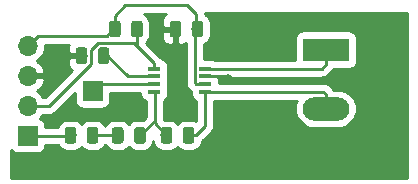
<source format=gbr>
G04 #@! TF.GenerationSoftware,KiCad,Pcbnew,5.1.2*
G04 #@! TF.CreationDate,2019-06-26T09:28:03-05:00*
G04 #@! TF.ProjectId,LN4890,4c4e3438-3930-42e6-9b69-6361645f7063,rev?*
G04 #@! TF.SameCoordinates,Original*
G04 #@! TF.FileFunction,Copper,L1,Top*
G04 #@! TF.FilePolarity,Positive*
%FSLAX46Y46*%
G04 Gerber Fmt 4.6, Leading zero omitted, Abs format (unit mm)*
G04 Created by KiCad (PCBNEW 5.1.2) date 2019-06-26 09:28:03*
%MOMM*%
%LPD*%
G04 APERTURE LIST*
%ADD10C,0.100000*%
%ADD11C,0.975000*%
%ADD12R,3.960000X1.980000*%
%ADD13O,3.960000X1.980000*%
%ADD14R,1.700000X1.700000*%
%ADD15O,1.700000X1.700000*%
%ADD16R,1.100000X0.400000*%
%ADD17C,0.800000*%
%ADD18C,0.250000*%
%ADD19C,0.254000*%
G04 APERTURE END LIST*
D10*
G36*
X135830142Y-82051174D02*
G01*
X135853803Y-82054684D01*
X135877007Y-82060496D01*
X135899529Y-82068554D01*
X135921153Y-82078782D01*
X135941670Y-82091079D01*
X135960883Y-82105329D01*
X135978607Y-82121393D01*
X135994671Y-82139117D01*
X136008921Y-82158330D01*
X136021218Y-82178847D01*
X136031446Y-82200471D01*
X136039504Y-82222993D01*
X136045316Y-82246197D01*
X136048826Y-82269858D01*
X136050000Y-82293750D01*
X136050000Y-83206250D01*
X136048826Y-83230142D01*
X136045316Y-83253803D01*
X136039504Y-83277007D01*
X136031446Y-83299529D01*
X136021218Y-83321153D01*
X136008921Y-83341670D01*
X135994671Y-83360883D01*
X135978607Y-83378607D01*
X135960883Y-83394671D01*
X135941670Y-83408921D01*
X135921153Y-83421218D01*
X135899529Y-83431446D01*
X135877007Y-83439504D01*
X135853803Y-83445316D01*
X135830142Y-83448826D01*
X135806250Y-83450000D01*
X135318750Y-83450000D01*
X135294858Y-83448826D01*
X135271197Y-83445316D01*
X135247993Y-83439504D01*
X135225471Y-83431446D01*
X135203847Y-83421218D01*
X135183330Y-83408921D01*
X135164117Y-83394671D01*
X135146393Y-83378607D01*
X135130329Y-83360883D01*
X135116079Y-83341670D01*
X135103782Y-83321153D01*
X135093554Y-83299529D01*
X135085496Y-83277007D01*
X135079684Y-83253803D01*
X135076174Y-83230142D01*
X135075000Y-83206250D01*
X135075000Y-82293750D01*
X135076174Y-82269858D01*
X135079684Y-82246197D01*
X135085496Y-82222993D01*
X135093554Y-82200471D01*
X135103782Y-82178847D01*
X135116079Y-82158330D01*
X135130329Y-82139117D01*
X135146393Y-82121393D01*
X135164117Y-82105329D01*
X135183330Y-82091079D01*
X135203847Y-82078782D01*
X135225471Y-82068554D01*
X135247993Y-82060496D01*
X135271197Y-82054684D01*
X135294858Y-82051174D01*
X135318750Y-82050000D01*
X135806250Y-82050000D01*
X135830142Y-82051174D01*
X135830142Y-82051174D01*
G37*
D11*
X135562500Y-82750000D03*
D10*
G36*
X137705142Y-82051174D02*
G01*
X137728803Y-82054684D01*
X137752007Y-82060496D01*
X137774529Y-82068554D01*
X137796153Y-82078782D01*
X137816670Y-82091079D01*
X137835883Y-82105329D01*
X137853607Y-82121393D01*
X137869671Y-82139117D01*
X137883921Y-82158330D01*
X137896218Y-82178847D01*
X137906446Y-82200471D01*
X137914504Y-82222993D01*
X137920316Y-82246197D01*
X137923826Y-82269858D01*
X137925000Y-82293750D01*
X137925000Y-83206250D01*
X137923826Y-83230142D01*
X137920316Y-83253803D01*
X137914504Y-83277007D01*
X137906446Y-83299529D01*
X137896218Y-83321153D01*
X137883921Y-83341670D01*
X137869671Y-83360883D01*
X137853607Y-83378607D01*
X137835883Y-83394671D01*
X137816670Y-83408921D01*
X137796153Y-83421218D01*
X137774529Y-83431446D01*
X137752007Y-83439504D01*
X137728803Y-83445316D01*
X137705142Y-83448826D01*
X137681250Y-83450000D01*
X137193750Y-83450000D01*
X137169858Y-83448826D01*
X137146197Y-83445316D01*
X137122993Y-83439504D01*
X137100471Y-83431446D01*
X137078847Y-83421218D01*
X137058330Y-83408921D01*
X137039117Y-83394671D01*
X137021393Y-83378607D01*
X137005329Y-83360883D01*
X136991079Y-83341670D01*
X136978782Y-83321153D01*
X136968554Y-83299529D01*
X136960496Y-83277007D01*
X136954684Y-83253803D01*
X136951174Y-83230142D01*
X136950000Y-83206250D01*
X136950000Y-82293750D01*
X136951174Y-82269858D01*
X136954684Y-82246197D01*
X136960496Y-82222993D01*
X136968554Y-82200471D01*
X136978782Y-82178847D01*
X136991079Y-82158330D01*
X137005329Y-82139117D01*
X137021393Y-82121393D01*
X137039117Y-82105329D01*
X137058330Y-82091079D01*
X137078847Y-82078782D01*
X137100471Y-82068554D01*
X137122993Y-82060496D01*
X137146197Y-82054684D01*
X137169858Y-82051174D01*
X137193750Y-82050000D01*
X137681250Y-82050000D01*
X137705142Y-82051174D01*
X137705142Y-82051174D01*
G37*
D11*
X137437500Y-82750000D03*
D10*
G36*
X136767642Y-88801174D02*
G01*
X136791303Y-88804684D01*
X136814507Y-88810496D01*
X136837029Y-88818554D01*
X136858653Y-88828782D01*
X136879170Y-88841079D01*
X136898383Y-88855329D01*
X136916107Y-88871393D01*
X136932171Y-88889117D01*
X136946421Y-88908330D01*
X136958718Y-88928847D01*
X136968946Y-88950471D01*
X136977004Y-88972993D01*
X136982816Y-88996197D01*
X136986326Y-89019858D01*
X136987500Y-89043750D01*
X136987500Y-89956250D01*
X136986326Y-89980142D01*
X136982816Y-90003803D01*
X136977004Y-90027007D01*
X136968946Y-90049529D01*
X136958718Y-90071153D01*
X136946421Y-90091670D01*
X136932171Y-90110883D01*
X136916107Y-90128607D01*
X136898383Y-90144671D01*
X136879170Y-90158921D01*
X136858653Y-90171218D01*
X136837029Y-90181446D01*
X136814507Y-90189504D01*
X136791303Y-90195316D01*
X136767642Y-90198826D01*
X136743750Y-90200000D01*
X136256250Y-90200000D01*
X136232358Y-90198826D01*
X136208697Y-90195316D01*
X136185493Y-90189504D01*
X136162971Y-90181446D01*
X136141347Y-90171218D01*
X136120830Y-90158921D01*
X136101617Y-90144671D01*
X136083893Y-90128607D01*
X136067829Y-90110883D01*
X136053579Y-90091670D01*
X136041282Y-90071153D01*
X136031054Y-90049529D01*
X136022996Y-90027007D01*
X136017184Y-90003803D01*
X136013674Y-89980142D01*
X136012500Y-89956250D01*
X136012500Y-89043750D01*
X136013674Y-89019858D01*
X136017184Y-88996197D01*
X136022996Y-88972993D01*
X136031054Y-88950471D01*
X136041282Y-88928847D01*
X136053579Y-88908330D01*
X136067829Y-88889117D01*
X136083893Y-88871393D01*
X136101617Y-88855329D01*
X136120830Y-88841079D01*
X136141347Y-88828782D01*
X136162971Y-88818554D01*
X136185493Y-88810496D01*
X136208697Y-88804684D01*
X136232358Y-88801174D01*
X136256250Y-88800000D01*
X136743750Y-88800000D01*
X136767642Y-88801174D01*
X136767642Y-88801174D01*
G37*
D11*
X136500000Y-89500000D03*
D10*
G36*
X134892642Y-88801174D02*
G01*
X134916303Y-88804684D01*
X134939507Y-88810496D01*
X134962029Y-88818554D01*
X134983653Y-88828782D01*
X135004170Y-88841079D01*
X135023383Y-88855329D01*
X135041107Y-88871393D01*
X135057171Y-88889117D01*
X135071421Y-88908330D01*
X135083718Y-88928847D01*
X135093946Y-88950471D01*
X135102004Y-88972993D01*
X135107816Y-88996197D01*
X135111326Y-89019858D01*
X135112500Y-89043750D01*
X135112500Y-89956250D01*
X135111326Y-89980142D01*
X135107816Y-90003803D01*
X135102004Y-90027007D01*
X135093946Y-90049529D01*
X135083718Y-90071153D01*
X135071421Y-90091670D01*
X135057171Y-90110883D01*
X135041107Y-90128607D01*
X135023383Y-90144671D01*
X135004170Y-90158921D01*
X134983653Y-90171218D01*
X134962029Y-90181446D01*
X134939507Y-90189504D01*
X134916303Y-90195316D01*
X134892642Y-90198826D01*
X134868750Y-90200000D01*
X134381250Y-90200000D01*
X134357358Y-90198826D01*
X134333697Y-90195316D01*
X134310493Y-90189504D01*
X134287971Y-90181446D01*
X134266347Y-90171218D01*
X134245830Y-90158921D01*
X134226617Y-90144671D01*
X134208893Y-90128607D01*
X134192829Y-90110883D01*
X134178579Y-90091670D01*
X134166282Y-90071153D01*
X134156054Y-90049529D01*
X134147996Y-90027007D01*
X134142184Y-90003803D01*
X134138674Y-89980142D01*
X134137500Y-89956250D01*
X134137500Y-89043750D01*
X134138674Y-89019858D01*
X134142184Y-88996197D01*
X134147996Y-88972993D01*
X134156054Y-88950471D01*
X134166282Y-88928847D01*
X134178579Y-88908330D01*
X134192829Y-88889117D01*
X134208893Y-88871393D01*
X134226617Y-88855329D01*
X134245830Y-88841079D01*
X134266347Y-88828782D01*
X134287971Y-88818554D01*
X134310493Y-88810496D01*
X134333697Y-88804684D01*
X134357358Y-88801174D01*
X134381250Y-88800000D01*
X134868750Y-88800000D01*
X134892642Y-88801174D01*
X134892642Y-88801174D01*
G37*
D11*
X134625000Y-89500000D03*
D10*
G36*
X143767642Y-79801174D02*
G01*
X143791303Y-79804684D01*
X143814507Y-79810496D01*
X143837029Y-79818554D01*
X143858653Y-79828782D01*
X143879170Y-79841079D01*
X143898383Y-79855329D01*
X143916107Y-79871393D01*
X143932171Y-79889117D01*
X143946421Y-79908330D01*
X143958718Y-79928847D01*
X143968946Y-79950471D01*
X143977004Y-79972993D01*
X143982816Y-79996197D01*
X143986326Y-80019858D01*
X143987500Y-80043750D01*
X143987500Y-80956250D01*
X143986326Y-80980142D01*
X143982816Y-81003803D01*
X143977004Y-81027007D01*
X143968946Y-81049529D01*
X143958718Y-81071153D01*
X143946421Y-81091670D01*
X143932171Y-81110883D01*
X143916107Y-81128607D01*
X143898383Y-81144671D01*
X143879170Y-81158921D01*
X143858653Y-81171218D01*
X143837029Y-81181446D01*
X143814507Y-81189504D01*
X143791303Y-81195316D01*
X143767642Y-81198826D01*
X143743750Y-81200000D01*
X143256250Y-81200000D01*
X143232358Y-81198826D01*
X143208697Y-81195316D01*
X143185493Y-81189504D01*
X143162971Y-81181446D01*
X143141347Y-81171218D01*
X143120830Y-81158921D01*
X143101617Y-81144671D01*
X143083893Y-81128607D01*
X143067829Y-81110883D01*
X143053579Y-81091670D01*
X143041282Y-81071153D01*
X143031054Y-81049529D01*
X143022996Y-81027007D01*
X143017184Y-81003803D01*
X143013674Y-80980142D01*
X143012500Y-80956250D01*
X143012500Y-80043750D01*
X143013674Y-80019858D01*
X143017184Y-79996197D01*
X143022996Y-79972993D01*
X143031054Y-79950471D01*
X143041282Y-79928847D01*
X143053579Y-79908330D01*
X143067829Y-79889117D01*
X143083893Y-79871393D01*
X143101617Y-79855329D01*
X143120830Y-79841079D01*
X143141347Y-79828782D01*
X143162971Y-79818554D01*
X143185493Y-79810496D01*
X143208697Y-79804684D01*
X143232358Y-79801174D01*
X143256250Y-79800000D01*
X143743750Y-79800000D01*
X143767642Y-79801174D01*
X143767642Y-79801174D01*
G37*
D11*
X143500000Y-80500000D03*
D10*
G36*
X145642642Y-79801174D02*
G01*
X145666303Y-79804684D01*
X145689507Y-79810496D01*
X145712029Y-79818554D01*
X145733653Y-79828782D01*
X145754170Y-79841079D01*
X145773383Y-79855329D01*
X145791107Y-79871393D01*
X145807171Y-79889117D01*
X145821421Y-79908330D01*
X145833718Y-79928847D01*
X145843946Y-79950471D01*
X145852004Y-79972993D01*
X145857816Y-79996197D01*
X145861326Y-80019858D01*
X145862500Y-80043750D01*
X145862500Y-80956250D01*
X145861326Y-80980142D01*
X145857816Y-81003803D01*
X145852004Y-81027007D01*
X145843946Y-81049529D01*
X145833718Y-81071153D01*
X145821421Y-81091670D01*
X145807171Y-81110883D01*
X145791107Y-81128607D01*
X145773383Y-81144671D01*
X145754170Y-81158921D01*
X145733653Y-81171218D01*
X145712029Y-81181446D01*
X145689507Y-81189504D01*
X145666303Y-81195316D01*
X145642642Y-81198826D01*
X145618750Y-81200000D01*
X145131250Y-81200000D01*
X145107358Y-81198826D01*
X145083697Y-81195316D01*
X145060493Y-81189504D01*
X145037971Y-81181446D01*
X145016347Y-81171218D01*
X144995830Y-81158921D01*
X144976617Y-81144671D01*
X144958893Y-81128607D01*
X144942829Y-81110883D01*
X144928579Y-81091670D01*
X144916282Y-81071153D01*
X144906054Y-81049529D01*
X144897996Y-81027007D01*
X144892184Y-81003803D01*
X144888674Y-80980142D01*
X144887500Y-80956250D01*
X144887500Y-80043750D01*
X144888674Y-80019858D01*
X144892184Y-79996197D01*
X144897996Y-79972993D01*
X144906054Y-79950471D01*
X144916282Y-79928847D01*
X144928579Y-79908330D01*
X144942829Y-79889117D01*
X144958893Y-79871393D01*
X144976617Y-79855329D01*
X144995830Y-79841079D01*
X145016347Y-79828782D01*
X145037971Y-79818554D01*
X145060493Y-79810496D01*
X145083697Y-79804684D01*
X145107358Y-79801174D01*
X145131250Y-79800000D01*
X145618750Y-79800000D01*
X145642642Y-79801174D01*
X145642642Y-79801174D01*
G37*
D11*
X145375000Y-80500000D03*
D12*
X156250000Y-82250000D03*
D13*
X156250000Y-87250000D03*
D14*
X136500000Y-85750000D03*
X131000000Y-89540000D03*
D15*
X131000000Y-87000000D03*
X131000000Y-84460000D03*
X131000000Y-81920000D03*
D10*
G36*
X138642642Y-79801174D02*
G01*
X138666303Y-79804684D01*
X138689507Y-79810496D01*
X138712029Y-79818554D01*
X138733653Y-79828782D01*
X138754170Y-79841079D01*
X138773383Y-79855329D01*
X138791107Y-79871393D01*
X138807171Y-79889117D01*
X138821421Y-79908330D01*
X138833718Y-79928847D01*
X138843946Y-79950471D01*
X138852004Y-79972993D01*
X138857816Y-79996197D01*
X138861326Y-80019858D01*
X138862500Y-80043750D01*
X138862500Y-80956250D01*
X138861326Y-80980142D01*
X138857816Y-81003803D01*
X138852004Y-81027007D01*
X138843946Y-81049529D01*
X138833718Y-81071153D01*
X138821421Y-81091670D01*
X138807171Y-81110883D01*
X138791107Y-81128607D01*
X138773383Y-81144671D01*
X138754170Y-81158921D01*
X138733653Y-81171218D01*
X138712029Y-81181446D01*
X138689507Y-81189504D01*
X138666303Y-81195316D01*
X138642642Y-81198826D01*
X138618750Y-81200000D01*
X138131250Y-81200000D01*
X138107358Y-81198826D01*
X138083697Y-81195316D01*
X138060493Y-81189504D01*
X138037971Y-81181446D01*
X138016347Y-81171218D01*
X137995830Y-81158921D01*
X137976617Y-81144671D01*
X137958893Y-81128607D01*
X137942829Y-81110883D01*
X137928579Y-81091670D01*
X137916282Y-81071153D01*
X137906054Y-81049529D01*
X137897996Y-81027007D01*
X137892184Y-81003803D01*
X137888674Y-80980142D01*
X137887500Y-80956250D01*
X137887500Y-80043750D01*
X137888674Y-80019858D01*
X137892184Y-79996197D01*
X137897996Y-79972993D01*
X137906054Y-79950471D01*
X137916282Y-79928847D01*
X137928579Y-79908330D01*
X137942829Y-79889117D01*
X137958893Y-79871393D01*
X137976617Y-79855329D01*
X137995830Y-79841079D01*
X138016347Y-79828782D01*
X138037971Y-79818554D01*
X138060493Y-79810496D01*
X138083697Y-79804684D01*
X138107358Y-79801174D01*
X138131250Y-79800000D01*
X138618750Y-79800000D01*
X138642642Y-79801174D01*
X138642642Y-79801174D01*
G37*
D11*
X138375000Y-80500000D03*
D10*
G36*
X140517642Y-79801174D02*
G01*
X140541303Y-79804684D01*
X140564507Y-79810496D01*
X140587029Y-79818554D01*
X140608653Y-79828782D01*
X140629170Y-79841079D01*
X140648383Y-79855329D01*
X140666107Y-79871393D01*
X140682171Y-79889117D01*
X140696421Y-79908330D01*
X140708718Y-79928847D01*
X140718946Y-79950471D01*
X140727004Y-79972993D01*
X140732816Y-79996197D01*
X140736326Y-80019858D01*
X140737500Y-80043750D01*
X140737500Y-80956250D01*
X140736326Y-80980142D01*
X140732816Y-81003803D01*
X140727004Y-81027007D01*
X140718946Y-81049529D01*
X140708718Y-81071153D01*
X140696421Y-81091670D01*
X140682171Y-81110883D01*
X140666107Y-81128607D01*
X140648383Y-81144671D01*
X140629170Y-81158921D01*
X140608653Y-81171218D01*
X140587029Y-81181446D01*
X140564507Y-81189504D01*
X140541303Y-81195316D01*
X140517642Y-81198826D01*
X140493750Y-81200000D01*
X140006250Y-81200000D01*
X139982358Y-81198826D01*
X139958697Y-81195316D01*
X139935493Y-81189504D01*
X139912971Y-81181446D01*
X139891347Y-81171218D01*
X139870830Y-81158921D01*
X139851617Y-81144671D01*
X139833893Y-81128607D01*
X139817829Y-81110883D01*
X139803579Y-81091670D01*
X139791282Y-81071153D01*
X139781054Y-81049529D01*
X139772996Y-81027007D01*
X139767184Y-81003803D01*
X139763674Y-80980142D01*
X139762500Y-80956250D01*
X139762500Y-80043750D01*
X139763674Y-80019858D01*
X139767184Y-79996197D01*
X139772996Y-79972993D01*
X139781054Y-79950471D01*
X139791282Y-79928847D01*
X139803579Y-79908330D01*
X139817829Y-79889117D01*
X139833893Y-79871393D01*
X139851617Y-79855329D01*
X139870830Y-79841079D01*
X139891347Y-79828782D01*
X139912971Y-79818554D01*
X139935493Y-79810496D01*
X139958697Y-79804684D01*
X139982358Y-79801174D01*
X140006250Y-79800000D01*
X140493750Y-79800000D01*
X140517642Y-79801174D01*
X140517642Y-79801174D01*
G37*
D11*
X140250000Y-80500000D03*
D10*
G36*
X140767642Y-88801174D02*
G01*
X140791303Y-88804684D01*
X140814507Y-88810496D01*
X140837029Y-88818554D01*
X140858653Y-88828782D01*
X140879170Y-88841079D01*
X140898383Y-88855329D01*
X140916107Y-88871393D01*
X140932171Y-88889117D01*
X140946421Y-88908330D01*
X140958718Y-88928847D01*
X140968946Y-88950471D01*
X140977004Y-88972993D01*
X140982816Y-88996197D01*
X140986326Y-89019858D01*
X140987500Y-89043750D01*
X140987500Y-89956250D01*
X140986326Y-89980142D01*
X140982816Y-90003803D01*
X140977004Y-90027007D01*
X140968946Y-90049529D01*
X140958718Y-90071153D01*
X140946421Y-90091670D01*
X140932171Y-90110883D01*
X140916107Y-90128607D01*
X140898383Y-90144671D01*
X140879170Y-90158921D01*
X140858653Y-90171218D01*
X140837029Y-90181446D01*
X140814507Y-90189504D01*
X140791303Y-90195316D01*
X140767642Y-90198826D01*
X140743750Y-90200000D01*
X140256250Y-90200000D01*
X140232358Y-90198826D01*
X140208697Y-90195316D01*
X140185493Y-90189504D01*
X140162971Y-90181446D01*
X140141347Y-90171218D01*
X140120830Y-90158921D01*
X140101617Y-90144671D01*
X140083893Y-90128607D01*
X140067829Y-90110883D01*
X140053579Y-90091670D01*
X140041282Y-90071153D01*
X140031054Y-90049529D01*
X140022996Y-90027007D01*
X140017184Y-90003803D01*
X140013674Y-89980142D01*
X140012500Y-89956250D01*
X140012500Y-89043750D01*
X140013674Y-89019858D01*
X140017184Y-88996197D01*
X140022996Y-88972993D01*
X140031054Y-88950471D01*
X140041282Y-88928847D01*
X140053579Y-88908330D01*
X140067829Y-88889117D01*
X140083893Y-88871393D01*
X140101617Y-88855329D01*
X140120830Y-88841079D01*
X140141347Y-88828782D01*
X140162971Y-88818554D01*
X140185493Y-88810496D01*
X140208697Y-88804684D01*
X140232358Y-88801174D01*
X140256250Y-88800000D01*
X140743750Y-88800000D01*
X140767642Y-88801174D01*
X140767642Y-88801174D01*
G37*
D11*
X140500000Y-89500000D03*
D10*
G36*
X138892642Y-88801174D02*
G01*
X138916303Y-88804684D01*
X138939507Y-88810496D01*
X138962029Y-88818554D01*
X138983653Y-88828782D01*
X139004170Y-88841079D01*
X139023383Y-88855329D01*
X139041107Y-88871393D01*
X139057171Y-88889117D01*
X139071421Y-88908330D01*
X139083718Y-88928847D01*
X139093946Y-88950471D01*
X139102004Y-88972993D01*
X139107816Y-88996197D01*
X139111326Y-89019858D01*
X139112500Y-89043750D01*
X139112500Y-89956250D01*
X139111326Y-89980142D01*
X139107816Y-90003803D01*
X139102004Y-90027007D01*
X139093946Y-90049529D01*
X139083718Y-90071153D01*
X139071421Y-90091670D01*
X139057171Y-90110883D01*
X139041107Y-90128607D01*
X139023383Y-90144671D01*
X139004170Y-90158921D01*
X138983653Y-90171218D01*
X138962029Y-90181446D01*
X138939507Y-90189504D01*
X138916303Y-90195316D01*
X138892642Y-90198826D01*
X138868750Y-90200000D01*
X138381250Y-90200000D01*
X138357358Y-90198826D01*
X138333697Y-90195316D01*
X138310493Y-90189504D01*
X138287971Y-90181446D01*
X138266347Y-90171218D01*
X138245830Y-90158921D01*
X138226617Y-90144671D01*
X138208893Y-90128607D01*
X138192829Y-90110883D01*
X138178579Y-90091670D01*
X138166282Y-90071153D01*
X138156054Y-90049529D01*
X138147996Y-90027007D01*
X138142184Y-90003803D01*
X138138674Y-89980142D01*
X138137500Y-89956250D01*
X138137500Y-89043750D01*
X138138674Y-89019858D01*
X138142184Y-88996197D01*
X138147996Y-88972993D01*
X138156054Y-88950471D01*
X138166282Y-88928847D01*
X138178579Y-88908330D01*
X138192829Y-88889117D01*
X138208893Y-88871393D01*
X138226617Y-88855329D01*
X138245830Y-88841079D01*
X138266347Y-88828782D01*
X138287971Y-88818554D01*
X138310493Y-88810496D01*
X138333697Y-88804684D01*
X138357358Y-88801174D01*
X138381250Y-88800000D01*
X138868750Y-88800000D01*
X138892642Y-88801174D01*
X138892642Y-88801174D01*
G37*
D11*
X138625000Y-89500000D03*
D10*
G36*
X143017642Y-88801174D02*
G01*
X143041303Y-88804684D01*
X143064507Y-88810496D01*
X143087029Y-88818554D01*
X143108653Y-88828782D01*
X143129170Y-88841079D01*
X143148383Y-88855329D01*
X143166107Y-88871393D01*
X143182171Y-88889117D01*
X143196421Y-88908330D01*
X143208718Y-88928847D01*
X143218946Y-88950471D01*
X143227004Y-88972993D01*
X143232816Y-88996197D01*
X143236326Y-89019858D01*
X143237500Y-89043750D01*
X143237500Y-89956250D01*
X143236326Y-89980142D01*
X143232816Y-90003803D01*
X143227004Y-90027007D01*
X143218946Y-90049529D01*
X143208718Y-90071153D01*
X143196421Y-90091670D01*
X143182171Y-90110883D01*
X143166107Y-90128607D01*
X143148383Y-90144671D01*
X143129170Y-90158921D01*
X143108653Y-90171218D01*
X143087029Y-90181446D01*
X143064507Y-90189504D01*
X143041303Y-90195316D01*
X143017642Y-90198826D01*
X142993750Y-90200000D01*
X142506250Y-90200000D01*
X142482358Y-90198826D01*
X142458697Y-90195316D01*
X142435493Y-90189504D01*
X142412971Y-90181446D01*
X142391347Y-90171218D01*
X142370830Y-90158921D01*
X142351617Y-90144671D01*
X142333893Y-90128607D01*
X142317829Y-90110883D01*
X142303579Y-90091670D01*
X142291282Y-90071153D01*
X142281054Y-90049529D01*
X142272996Y-90027007D01*
X142267184Y-90003803D01*
X142263674Y-89980142D01*
X142262500Y-89956250D01*
X142262500Y-89043750D01*
X142263674Y-89019858D01*
X142267184Y-88996197D01*
X142272996Y-88972993D01*
X142281054Y-88950471D01*
X142291282Y-88928847D01*
X142303579Y-88908330D01*
X142317829Y-88889117D01*
X142333893Y-88871393D01*
X142351617Y-88855329D01*
X142370830Y-88841079D01*
X142391347Y-88828782D01*
X142412971Y-88818554D01*
X142435493Y-88810496D01*
X142458697Y-88804684D01*
X142482358Y-88801174D01*
X142506250Y-88800000D01*
X142993750Y-88800000D01*
X143017642Y-88801174D01*
X143017642Y-88801174D01*
G37*
D11*
X142750000Y-89500000D03*
D10*
G36*
X144892642Y-88801174D02*
G01*
X144916303Y-88804684D01*
X144939507Y-88810496D01*
X144962029Y-88818554D01*
X144983653Y-88828782D01*
X145004170Y-88841079D01*
X145023383Y-88855329D01*
X145041107Y-88871393D01*
X145057171Y-88889117D01*
X145071421Y-88908330D01*
X145083718Y-88928847D01*
X145093946Y-88950471D01*
X145102004Y-88972993D01*
X145107816Y-88996197D01*
X145111326Y-89019858D01*
X145112500Y-89043750D01*
X145112500Y-89956250D01*
X145111326Y-89980142D01*
X145107816Y-90003803D01*
X145102004Y-90027007D01*
X145093946Y-90049529D01*
X145083718Y-90071153D01*
X145071421Y-90091670D01*
X145057171Y-90110883D01*
X145041107Y-90128607D01*
X145023383Y-90144671D01*
X145004170Y-90158921D01*
X144983653Y-90171218D01*
X144962029Y-90181446D01*
X144939507Y-90189504D01*
X144916303Y-90195316D01*
X144892642Y-90198826D01*
X144868750Y-90200000D01*
X144381250Y-90200000D01*
X144357358Y-90198826D01*
X144333697Y-90195316D01*
X144310493Y-90189504D01*
X144287971Y-90181446D01*
X144266347Y-90171218D01*
X144245830Y-90158921D01*
X144226617Y-90144671D01*
X144208893Y-90128607D01*
X144192829Y-90110883D01*
X144178579Y-90091670D01*
X144166282Y-90071153D01*
X144156054Y-90049529D01*
X144147996Y-90027007D01*
X144142184Y-90003803D01*
X144138674Y-89980142D01*
X144137500Y-89956250D01*
X144137500Y-89043750D01*
X144138674Y-89019858D01*
X144142184Y-88996197D01*
X144147996Y-88972993D01*
X144156054Y-88950471D01*
X144166282Y-88928847D01*
X144178579Y-88908330D01*
X144192829Y-88889117D01*
X144208893Y-88871393D01*
X144226617Y-88855329D01*
X144245830Y-88841079D01*
X144266347Y-88828782D01*
X144287971Y-88818554D01*
X144310493Y-88810496D01*
X144333697Y-88804684D01*
X144357358Y-88801174D01*
X144381250Y-88800000D01*
X144868750Y-88800000D01*
X144892642Y-88801174D01*
X144892642Y-88801174D01*
G37*
D11*
X144625000Y-89500000D03*
D16*
X141715001Y-83850001D03*
X141715001Y-84500001D03*
X141715001Y-85150001D03*
X141715001Y-85800001D03*
X146015001Y-85800001D03*
X146015001Y-85150001D03*
X146015001Y-84500001D03*
X146015001Y-83850001D03*
D17*
X148000000Y-84750000D03*
X142250000Y-80500000D03*
X133250000Y-83500000D03*
X139750000Y-87000000D03*
X150000000Y-88000000D03*
X150000000Y-81500000D03*
D18*
X146015001Y-84500001D02*
X147750001Y-84500001D01*
X147750001Y-84500001D02*
X148000000Y-84750000D01*
X141715001Y-84500001D02*
X139500001Y-84500001D01*
X139500001Y-84500001D02*
X137500000Y-82500000D01*
X136500000Y-89500000D02*
X138750000Y-89500000D01*
X134420000Y-89580000D02*
X134500000Y-89500000D01*
X131000000Y-89540000D02*
X134710000Y-89540000D01*
X134710000Y-89540000D02*
X134750000Y-89500000D01*
X145140000Y-85075000D02*
X145140000Y-80610000D01*
X146015001Y-85150001D02*
X145215001Y-85150001D01*
X145215001Y-85150001D02*
X145140000Y-85075000D01*
X145140000Y-80610000D02*
X145250000Y-80500000D01*
X131849999Y-81070001D02*
X137679999Y-81070001D01*
X131000000Y-81920000D02*
X131849999Y-81070001D01*
X137679999Y-81070001D02*
X138250000Y-80500000D01*
X138375000Y-80500000D02*
X138375000Y-79375000D01*
X138375000Y-79375000D02*
X139250000Y-78500000D01*
X139250000Y-78500000D02*
X144500000Y-78500000D01*
X144500000Y-78500000D02*
X145250000Y-79250000D01*
X145250000Y-79250000D02*
X145250000Y-80000000D01*
X155889999Y-83850001D02*
X156250000Y-83490000D01*
X146015001Y-83850001D02*
X155889999Y-83850001D01*
X156250000Y-83490000D02*
X156250000Y-82250000D01*
X145212500Y-89500000D02*
X146000000Y-88712500D01*
X144625000Y-89500000D02*
X145212500Y-89500000D01*
X146000000Y-88712500D02*
X146000000Y-86000000D01*
X156040001Y-85800001D02*
X156250000Y-86010000D01*
X146015001Y-85800001D02*
X156040001Y-85800001D01*
X156250000Y-86010000D02*
X156250000Y-87250000D01*
X141715001Y-85150001D02*
X137099999Y-85150001D01*
X137099999Y-85150001D02*
X136500000Y-85750000D01*
X141715001Y-83400001D02*
X140250000Y-81935000D01*
X141715001Y-83850001D02*
X141715001Y-83400001D01*
X140250000Y-81935000D02*
X140250000Y-80750000D01*
X140039990Y-81724990D02*
X136958160Y-81724990D01*
X136958160Y-81724990D02*
X136375010Y-82308140D01*
X140250000Y-81935000D02*
X140039990Y-81724990D01*
X136375010Y-82308140D02*
X136375010Y-83441840D01*
X132816850Y-87000000D02*
X132202081Y-87000000D01*
X136375010Y-83441840D02*
X132816850Y-87000000D01*
X132202081Y-87000000D02*
X131000000Y-87000000D01*
X140500000Y-89500000D02*
X141750000Y-88250000D01*
X141750000Y-88250000D02*
X141750000Y-85750000D01*
X141750000Y-88250000D02*
X141750000Y-88500000D01*
X141750000Y-88500000D02*
X142750000Y-89500000D01*
D19*
G36*
X163123000Y-93123000D02*
G01*
X129627000Y-93123000D01*
X129627000Y-90753678D01*
X129698815Y-90841185D01*
X129795506Y-90920537D01*
X129905820Y-90979502D01*
X130025518Y-91015812D01*
X130150000Y-91028072D01*
X131850000Y-91028072D01*
X131974482Y-91015812D01*
X132094180Y-90979502D01*
X132204494Y-90920537D01*
X132301185Y-90841185D01*
X132380537Y-90744494D01*
X132439502Y-90634180D01*
X132475812Y-90514482D01*
X132488072Y-90390000D01*
X132488072Y-90300000D01*
X133569916Y-90300000D01*
X133648042Y-90446164D01*
X133757708Y-90579792D01*
X133891336Y-90689458D01*
X134043791Y-90770947D01*
X134209215Y-90821128D01*
X134381250Y-90838072D01*
X134868750Y-90838072D01*
X135040785Y-90821128D01*
X135206209Y-90770947D01*
X135358664Y-90689458D01*
X135492292Y-90579792D01*
X135562500Y-90494244D01*
X135632708Y-90579792D01*
X135766336Y-90689458D01*
X135918791Y-90770947D01*
X136084215Y-90821128D01*
X136256250Y-90838072D01*
X136743750Y-90838072D01*
X136915785Y-90821128D01*
X137081209Y-90770947D01*
X137233664Y-90689458D01*
X137367292Y-90579792D01*
X137476958Y-90446164D01*
X137558447Y-90293709D01*
X137562500Y-90280348D01*
X137566553Y-90293709D01*
X137648042Y-90446164D01*
X137757708Y-90579792D01*
X137891336Y-90689458D01*
X138043791Y-90770947D01*
X138209215Y-90821128D01*
X138381250Y-90838072D01*
X138868750Y-90838072D01*
X139040785Y-90821128D01*
X139206209Y-90770947D01*
X139358664Y-90689458D01*
X139492292Y-90579792D01*
X139562500Y-90494244D01*
X139632708Y-90579792D01*
X139766336Y-90689458D01*
X139918791Y-90770947D01*
X140084215Y-90821128D01*
X140256250Y-90838072D01*
X140743750Y-90838072D01*
X140915785Y-90821128D01*
X141081209Y-90770947D01*
X141233664Y-90689458D01*
X141367292Y-90579792D01*
X141476958Y-90446164D01*
X141558447Y-90293709D01*
X141608628Y-90128285D01*
X141625000Y-89962058D01*
X141641372Y-90128285D01*
X141691553Y-90293709D01*
X141773042Y-90446164D01*
X141882708Y-90579792D01*
X142016336Y-90689458D01*
X142168791Y-90770947D01*
X142334215Y-90821128D01*
X142506250Y-90838072D01*
X142993750Y-90838072D01*
X143165785Y-90821128D01*
X143331209Y-90770947D01*
X143483664Y-90689458D01*
X143617292Y-90579792D01*
X143687500Y-90494244D01*
X143757708Y-90579792D01*
X143891336Y-90689458D01*
X144043791Y-90770947D01*
X144209215Y-90821128D01*
X144381250Y-90838072D01*
X144868750Y-90838072D01*
X145040785Y-90821128D01*
X145206209Y-90770947D01*
X145358664Y-90689458D01*
X145492292Y-90579792D01*
X145601958Y-90446164D01*
X145683447Y-90293709D01*
X145733628Y-90128285D01*
X145741428Y-90049088D01*
X145752501Y-90040001D01*
X145776303Y-90010998D01*
X146511004Y-89276298D01*
X146540001Y-89252501D01*
X146634974Y-89136776D01*
X146705546Y-89004747D01*
X146749003Y-88861486D01*
X146760000Y-88749833D01*
X146760000Y-88749824D01*
X146763676Y-88712501D01*
X146760000Y-88675178D01*
X146760000Y-86604422D01*
X146809181Y-86589503D01*
X146864374Y-86560001D01*
X153786245Y-86560001D01*
X153751432Y-86625131D01*
X153658513Y-86931444D01*
X153627138Y-87250000D01*
X153658513Y-87568556D01*
X153751432Y-87874869D01*
X153902325Y-88157170D01*
X154105392Y-88404608D01*
X154352830Y-88607675D01*
X154635131Y-88758568D01*
X154941444Y-88851487D01*
X155180176Y-88875000D01*
X157319824Y-88875000D01*
X157558556Y-88851487D01*
X157864869Y-88758568D01*
X158147170Y-88607675D01*
X158394608Y-88404608D01*
X158597675Y-88157170D01*
X158748568Y-87874869D01*
X158841487Y-87568556D01*
X158872862Y-87250000D01*
X158841487Y-86931444D01*
X158748568Y-86625131D01*
X158597675Y-86342830D01*
X158394608Y-86095392D01*
X158147170Y-85892325D01*
X157864869Y-85741432D01*
X157558556Y-85648513D01*
X157319824Y-85625000D01*
X156905968Y-85625000D01*
X156884974Y-85585724D01*
X156790001Y-85469999D01*
X156761003Y-85446201D01*
X156603804Y-85289003D01*
X156580002Y-85260000D01*
X156464277Y-85165027D01*
X156332248Y-85094455D01*
X156188987Y-85050998D01*
X156077334Y-85040001D01*
X156077323Y-85040001D01*
X156040001Y-85036325D01*
X156002679Y-85040001D01*
X147203073Y-85040001D01*
X147203073Y-84950001D01*
X147190813Y-84825519D01*
X147189914Y-84822555D01*
X147200001Y-84731751D01*
X147132033Y-84663783D01*
X147112373Y-84627003D01*
X147200001Y-84627003D01*
X147200001Y-84610001D01*
X155852677Y-84610001D01*
X155889999Y-84613677D01*
X155927321Y-84610001D01*
X155927332Y-84610001D01*
X156038985Y-84599004D01*
X156182246Y-84555547D01*
X156314275Y-84484975D01*
X156430000Y-84390002D01*
X156453803Y-84360998D01*
X156760998Y-84053803D01*
X156790001Y-84030001D01*
X156884974Y-83914276D01*
X156904326Y-83878072D01*
X158230000Y-83878072D01*
X158354482Y-83865812D01*
X158474180Y-83829502D01*
X158584494Y-83770537D01*
X158681185Y-83691185D01*
X158760537Y-83594494D01*
X158819502Y-83484180D01*
X158855812Y-83364482D01*
X158868072Y-83240000D01*
X158868072Y-81260000D01*
X158855812Y-81135518D01*
X158819502Y-81015820D01*
X158760537Y-80905506D01*
X158681185Y-80808815D01*
X158584494Y-80729463D01*
X158474180Y-80670498D01*
X158354482Y-80634188D01*
X158230000Y-80621928D01*
X154270000Y-80621928D01*
X154145518Y-80634188D01*
X154025820Y-80670498D01*
X153915506Y-80729463D01*
X153818815Y-80808815D01*
X153739463Y-80905506D01*
X153680498Y-81015820D01*
X153644188Y-81135518D01*
X153631928Y-81260000D01*
X153631928Y-83090001D01*
X146864374Y-83090001D01*
X146809181Y-83060499D01*
X146689483Y-83024189D01*
X146565001Y-83011929D01*
X145900000Y-83011929D01*
X145900000Y-81787998D01*
X145956209Y-81770947D01*
X146108664Y-81689458D01*
X146242292Y-81579792D01*
X146351958Y-81446164D01*
X146433447Y-81293709D01*
X146483628Y-81128285D01*
X146500572Y-80956250D01*
X146500572Y-80043750D01*
X146483628Y-79871715D01*
X146433447Y-79706291D01*
X146351958Y-79553836D01*
X146242292Y-79420208D01*
X146108664Y-79310542D01*
X146012762Y-79259281D01*
X146013676Y-79249999D01*
X146010000Y-79212676D01*
X146010000Y-79212667D01*
X146001562Y-79127000D01*
X163123000Y-79127000D01*
X163123000Y-93123000D01*
X163123000Y-93123000D01*
G37*
X163123000Y-93123000D02*
X129627000Y-93123000D01*
X129627000Y-90753678D01*
X129698815Y-90841185D01*
X129795506Y-90920537D01*
X129905820Y-90979502D01*
X130025518Y-91015812D01*
X130150000Y-91028072D01*
X131850000Y-91028072D01*
X131974482Y-91015812D01*
X132094180Y-90979502D01*
X132204494Y-90920537D01*
X132301185Y-90841185D01*
X132380537Y-90744494D01*
X132439502Y-90634180D01*
X132475812Y-90514482D01*
X132488072Y-90390000D01*
X132488072Y-90300000D01*
X133569916Y-90300000D01*
X133648042Y-90446164D01*
X133757708Y-90579792D01*
X133891336Y-90689458D01*
X134043791Y-90770947D01*
X134209215Y-90821128D01*
X134381250Y-90838072D01*
X134868750Y-90838072D01*
X135040785Y-90821128D01*
X135206209Y-90770947D01*
X135358664Y-90689458D01*
X135492292Y-90579792D01*
X135562500Y-90494244D01*
X135632708Y-90579792D01*
X135766336Y-90689458D01*
X135918791Y-90770947D01*
X136084215Y-90821128D01*
X136256250Y-90838072D01*
X136743750Y-90838072D01*
X136915785Y-90821128D01*
X137081209Y-90770947D01*
X137233664Y-90689458D01*
X137367292Y-90579792D01*
X137476958Y-90446164D01*
X137558447Y-90293709D01*
X137562500Y-90280348D01*
X137566553Y-90293709D01*
X137648042Y-90446164D01*
X137757708Y-90579792D01*
X137891336Y-90689458D01*
X138043791Y-90770947D01*
X138209215Y-90821128D01*
X138381250Y-90838072D01*
X138868750Y-90838072D01*
X139040785Y-90821128D01*
X139206209Y-90770947D01*
X139358664Y-90689458D01*
X139492292Y-90579792D01*
X139562500Y-90494244D01*
X139632708Y-90579792D01*
X139766336Y-90689458D01*
X139918791Y-90770947D01*
X140084215Y-90821128D01*
X140256250Y-90838072D01*
X140743750Y-90838072D01*
X140915785Y-90821128D01*
X141081209Y-90770947D01*
X141233664Y-90689458D01*
X141367292Y-90579792D01*
X141476958Y-90446164D01*
X141558447Y-90293709D01*
X141608628Y-90128285D01*
X141625000Y-89962058D01*
X141641372Y-90128285D01*
X141691553Y-90293709D01*
X141773042Y-90446164D01*
X141882708Y-90579792D01*
X142016336Y-90689458D01*
X142168791Y-90770947D01*
X142334215Y-90821128D01*
X142506250Y-90838072D01*
X142993750Y-90838072D01*
X143165785Y-90821128D01*
X143331209Y-90770947D01*
X143483664Y-90689458D01*
X143617292Y-90579792D01*
X143687500Y-90494244D01*
X143757708Y-90579792D01*
X143891336Y-90689458D01*
X144043791Y-90770947D01*
X144209215Y-90821128D01*
X144381250Y-90838072D01*
X144868750Y-90838072D01*
X145040785Y-90821128D01*
X145206209Y-90770947D01*
X145358664Y-90689458D01*
X145492292Y-90579792D01*
X145601958Y-90446164D01*
X145683447Y-90293709D01*
X145733628Y-90128285D01*
X145741428Y-90049088D01*
X145752501Y-90040001D01*
X145776303Y-90010998D01*
X146511004Y-89276298D01*
X146540001Y-89252501D01*
X146634974Y-89136776D01*
X146705546Y-89004747D01*
X146749003Y-88861486D01*
X146760000Y-88749833D01*
X146760000Y-88749824D01*
X146763676Y-88712501D01*
X146760000Y-88675178D01*
X146760000Y-86604422D01*
X146809181Y-86589503D01*
X146864374Y-86560001D01*
X153786245Y-86560001D01*
X153751432Y-86625131D01*
X153658513Y-86931444D01*
X153627138Y-87250000D01*
X153658513Y-87568556D01*
X153751432Y-87874869D01*
X153902325Y-88157170D01*
X154105392Y-88404608D01*
X154352830Y-88607675D01*
X154635131Y-88758568D01*
X154941444Y-88851487D01*
X155180176Y-88875000D01*
X157319824Y-88875000D01*
X157558556Y-88851487D01*
X157864869Y-88758568D01*
X158147170Y-88607675D01*
X158394608Y-88404608D01*
X158597675Y-88157170D01*
X158748568Y-87874869D01*
X158841487Y-87568556D01*
X158872862Y-87250000D01*
X158841487Y-86931444D01*
X158748568Y-86625131D01*
X158597675Y-86342830D01*
X158394608Y-86095392D01*
X158147170Y-85892325D01*
X157864869Y-85741432D01*
X157558556Y-85648513D01*
X157319824Y-85625000D01*
X156905968Y-85625000D01*
X156884974Y-85585724D01*
X156790001Y-85469999D01*
X156761003Y-85446201D01*
X156603804Y-85289003D01*
X156580002Y-85260000D01*
X156464277Y-85165027D01*
X156332248Y-85094455D01*
X156188987Y-85050998D01*
X156077334Y-85040001D01*
X156077323Y-85040001D01*
X156040001Y-85036325D01*
X156002679Y-85040001D01*
X147203073Y-85040001D01*
X147203073Y-84950001D01*
X147190813Y-84825519D01*
X147189914Y-84822555D01*
X147200001Y-84731751D01*
X147132033Y-84663783D01*
X147112373Y-84627003D01*
X147200001Y-84627003D01*
X147200001Y-84610001D01*
X155852677Y-84610001D01*
X155889999Y-84613677D01*
X155927321Y-84610001D01*
X155927332Y-84610001D01*
X156038985Y-84599004D01*
X156182246Y-84555547D01*
X156314275Y-84484975D01*
X156430000Y-84390002D01*
X156453803Y-84360998D01*
X156760998Y-84053803D01*
X156790001Y-84030001D01*
X156884974Y-83914276D01*
X156904326Y-83878072D01*
X158230000Y-83878072D01*
X158354482Y-83865812D01*
X158474180Y-83829502D01*
X158584494Y-83770537D01*
X158681185Y-83691185D01*
X158760537Y-83594494D01*
X158819502Y-83484180D01*
X158855812Y-83364482D01*
X158868072Y-83240000D01*
X158868072Y-81260000D01*
X158855812Y-81135518D01*
X158819502Y-81015820D01*
X158760537Y-80905506D01*
X158681185Y-80808815D01*
X158584494Y-80729463D01*
X158474180Y-80670498D01*
X158354482Y-80634188D01*
X158230000Y-80621928D01*
X154270000Y-80621928D01*
X154145518Y-80634188D01*
X154025820Y-80670498D01*
X153915506Y-80729463D01*
X153818815Y-80808815D01*
X153739463Y-80905506D01*
X153680498Y-81015820D01*
X153644188Y-81135518D01*
X153631928Y-81260000D01*
X153631928Y-83090001D01*
X146864374Y-83090001D01*
X146809181Y-83060499D01*
X146689483Y-83024189D01*
X146565001Y-83011929D01*
X145900000Y-83011929D01*
X145900000Y-81787998D01*
X145956209Y-81770947D01*
X146108664Y-81689458D01*
X146242292Y-81579792D01*
X146351958Y-81446164D01*
X146433447Y-81293709D01*
X146483628Y-81128285D01*
X146500572Y-80956250D01*
X146500572Y-80043750D01*
X146483628Y-79871715D01*
X146433447Y-79706291D01*
X146351958Y-79553836D01*
X146242292Y-79420208D01*
X146108664Y-79310542D01*
X146012762Y-79259281D01*
X146013676Y-79249999D01*
X146010000Y-79212676D01*
X146010000Y-79212667D01*
X146001562Y-79127000D01*
X163123000Y-79127000D01*
X163123000Y-93123000D01*
G36*
X135011928Y-86600000D02*
G01*
X135024188Y-86724482D01*
X135060498Y-86844180D01*
X135119463Y-86954494D01*
X135198815Y-87051185D01*
X135295506Y-87130537D01*
X135405820Y-87189502D01*
X135525518Y-87225812D01*
X135650000Y-87238072D01*
X137350000Y-87238072D01*
X137474482Y-87225812D01*
X137594180Y-87189502D01*
X137704494Y-87130537D01*
X137801185Y-87051185D01*
X137880537Y-86954494D01*
X137939502Y-86844180D01*
X137975812Y-86724482D01*
X137988072Y-86600000D01*
X137988072Y-85910001D01*
X140526929Y-85910001D01*
X140526929Y-86000001D01*
X140539189Y-86124483D01*
X140575499Y-86244181D01*
X140634464Y-86354495D01*
X140713816Y-86451186D01*
X140810507Y-86530538D01*
X140920821Y-86589503D01*
X140990001Y-86610488D01*
X140990000Y-87935198D01*
X140761520Y-88163678D01*
X140743750Y-88161928D01*
X140256250Y-88161928D01*
X140084215Y-88178872D01*
X139918791Y-88229053D01*
X139766336Y-88310542D01*
X139632708Y-88420208D01*
X139562500Y-88505756D01*
X139492292Y-88420208D01*
X139358664Y-88310542D01*
X139206209Y-88229053D01*
X139040785Y-88178872D01*
X138868750Y-88161928D01*
X138381250Y-88161928D01*
X138209215Y-88178872D01*
X138043791Y-88229053D01*
X137891336Y-88310542D01*
X137757708Y-88420208D01*
X137648042Y-88553836D01*
X137566553Y-88706291D01*
X137562500Y-88719652D01*
X137558447Y-88706291D01*
X137476958Y-88553836D01*
X137367292Y-88420208D01*
X137233664Y-88310542D01*
X137081209Y-88229053D01*
X136915785Y-88178872D01*
X136743750Y-88161928D01*
X136256250Y-88161928D01*
X136084215Y-88178872D01*
X135918791Y-88229053D01*
X135766336Y-88310542D01*
X135632708Y-88420208D01*
X135562500Y-88505756D01*
X135492292Y-88420208D01*
X135358664Y-88310542D01*
X135206209Y-88229053D01*
X135040785Y-88178872D01*
X134868750Y-88161928D01*
X134381250Y-88161928D01*
X134209215Y-88178872D01*
X134043791Y-88229053D01*
X133891336Y-88310542D01*
X133757708Y-88420208D01*
X133648042Y-88553836D01*
X133566553Y-88706291D01*
X133544194Y-88780000D01*
X132488072Y-88780000D01*
X132488072Y-88690000D01*
X132475812Y-88565518D01*
X132439502Y-88445820D01*
X132380537Y-88335506D01*
X132301185Y-88238815D01*
X132204494Y-88159463D01*
X132094180Y-88100498D01*
X132025313Y-88079607D01*
X132055134Y-88055134D01*
X132240706Y-87829014D01*
X132277595Y-87760000D01*
X132779528Y-87760000D01*
X132816850Y-87763676D01*
X132854172Y-87760000D01*
X132854183Y-87760000D01*
X132965836Y-87749003D01*
X133109097Y-87705546D01*
X133241126Y-87634974D01*
X133356851Y-87540001D01*
X133380654Y-87510997D01*
X135011928Y-85879723D01*
X135011928Y-86600000D01*
X135011928Y-86600000D01*
G37*
X135011928Y-86600000D02*
X135024188Y-86724482D01*
X135060498Y-86844180D01*
X135119463Y-86954494D01*
X135198815Y-87051185D01*
X135295506Y-87130537D01*
X135405820Y-87189502D01*
X135525518Y-87225812D01*
X135650000Y-87238072D01*
X137350000Y-87238072D01*
X137474482Y-87225812D01*
X137594180Y-87189502D01*
X137704494Y-87130537D01*
X137801185Y-87051185D01*
X137880537Y-86954494D01*
X137939502Y-86844180D01*
X137975812Y-86724482D01*
X137988072Y-86600000D01*
X137988072Y-85910001D01*
X140526929Y-85910001D01*
X140526929Y-86000001D01*
X140539189Y-86124483D01*
X140575499Y-86244181D01*
X140634464Y-86354495D01*
X140713816Y-86451186D01*
X140810507Y-86530538D01*
X140920821Y-86589503D01*
X140990001Y-86610488D01*
X140990000Y-87935198D01*
X140761520Y-88163678D01*
X140743750Y-88161928D01*
X140256250Y-88161928D01*
X140084215Y-88178872D01*
X139918791Y-88229053D01*
X139766336Y-88310542D01*
X139632708Y-88420208D01*
X139562500Y-88505756D01*
X139492292Y-88420208D01*
X139358664Y-88310542D01*
X139206209Y-88229053D01*
X139040785Y-88178872D01*
X138868750Y-88161928D01*
X138381250Y-88161928D01*
X138209215Y-88178872D01*
X138043791Y-88229053D01*
X137891336Y-88310542D01*
X137757708Y-88420208D01*
X137648042Y-88553836D01*
X137566553Y-88706291D01*
X137562500Y-88719652D01*
X137558447Y-88706291D01*
X137476958Y-88553836D01*
X137367292Y-88420208D01*
X137233664Y-88310542D01*
X137081209Y-88229053D01*
X136915785Y-88178872D01*
X136743750Y-88161928D01*
X136256250Y-88161928D01*
X136084215Y-88178872D01*
X135918791Y-88229053D01*
X135766336Y-88310542D01*
X135632708Y-88420208D01*
X135562500Y-88505756D01*
X135492292Y-88420208D01*
X135358664Y-88310542D01*
X135206209Y-88229053D01*
X135040785Y-88178872D01*
X134868750Y-88161928D01*
X134381250Y-88161928D01*
X134209215Y-88178872D01*
X134043791Y-88229053D01*
X133891336Y-88310542D01*
X133757708Y-88420208D01*
X133648042Y-88553836D01*
X133566553Y-88706291D01*
X133544194Y-88780000D01*
X132488072Y-88780000D01*
X132488072Y-88690000D01*
X132475812Y-88565518D01*
X132439502Y-88445820D01*
X132380537Y-88335506D01*
X132301185Y-88238815D01*
X132204494Y-88159463D01*
X132094180Y-88100498D01*
X132025313Y-88079607D01*
X132055134Y-88055134D01*
X132240706Y-87829014D01*
X132277595Y-87760000D01*
X132779528Y-87760000D01*
X132816850Y-87763676D01*
X132854172Y-87760000D01*
X132854183Y-87760000D01*
X132965836Y-87749003D01*
X133109097Y-87705546D01*
X133241126Y-87634974D01*
X133356851Y-87540001D01*
X133380654Y-87510997D01*
X135011928Y-85879723D01*
X135011928Y-86600000D01*
G36*
X142658006Y-79269463D02*
G01*
X142561315Y-79348815D01*
X142481963Y-79445506D01*
X142422998Y-79555820D01*
X142386688Y-79675518D01*
X142374428Y-79800000D01*
X142377500Y-80214250D01*
X142536250Y-80373000D01*
X143373000Y-80373000D01*
X143373000Y-80353000D01*
X143627000Y-80353000D01*
X143627000Y-80373000D01*
X143647000Y-80373000D01*
X143647000Y-80627000D01*
X143627000Y-80627000D01*
X143627000Y-81676250D01*
X143785750Y-81835000D01*
X143987500Y-81838072D01*
X144111982Y-81825812D01*
X144231680Y-81789502D01*
X144341994Y-81730537D01*
X144380001Y-81699346D01*
X144380000Y-85037677D01*
X144376324Y-85075000D01*
X144380000Y-85112322D01*
X144380000Y-85112332D01*
X144390997Y-85223985D01*
X144415407Y-85304454D01*
X144434454Y-85367246D01*
X144505026Y-85499276D01*
X144511984Y-85507754D01*
X144599999Y-85615001D01*
X144629000Y-85638802D01*
X144651200Y-85661002D01*
X144675000Y-85690002D01*
X144790725Y-85784975D01*
X144826929Y-85804327D01*
X144826929Y-86000001D01*
X144839189Y-86124483D01*
X144875499Y-86244181D01*
X144934464Y-86354495D01*
X145013816Y-86451186D01*
X145110507Y-86530538D01*
X145220821Y-86589503D01*
X145240001Y-86595321D01*
X145240000Y-88247115D01*
X145206209Y-88229053D01*
X145040785Y-88178872D01*
X144868750Y-88161928D01*
X144381250Y-88161928D01*
X144209215Y-88178872D01*
X144043791Y-88229053D01*
X143891336Y-88310542D01*
X143757708Y-88420208D01*
X143687500Y-88505756D01*
X143617292Y-88420208D01*
X143483664Y-88310542D01*
X143331209Y-88229053D01*
X143165785Y-88178872D01*
X142993750Y-88161928D01*
X142510000Y-88161928D01*
X142510000Y-86589065D01*
X142619495Y-86530538D01*
X142716186Y-86451186D01*
X142795538Y-86354495D01*
X142854503Y-86244181D01*
X142890813Y-86124483D01*
X142903073Y-86000001D01*
X142903073Y-85600001D01*
X142890813Y-85475519D01*
X142890656Y-85475001D01*
X142890813Y-85474483D01*
X142903073Y-85350001D01*
X142903073Y-84950001D01*
X142890813Y-84825519D01*
X142890656Y-84825001D01*
X142890813Y-84824483D01*
X142903073Y-84700001D01*
X142903073Y-84300001D01*
X142890813Y-84175519D01*
X142890656Y-84175001D01*
X142890813Y-84174483D01*
X142903073Y-84050001D01*
X142903073Y-83650001D01*
X142890813Y-83525519D01*
X142854503Y-83405821D01*
X142795538Y-83295507D01*
X142716186Y-83198816D01*
X142619495Y-83119464D01*
X142509181Y-83060499D01*
X142389483Y-83024189D01*
X142375124Y-83022775D01*
X142349975Y-82975725D01*
X142255002Y-82860000D01*
X142226004Y-82836202D01*
X141036169Y-81646368D01*
X141117292Y-81579792D01*
X141226958Y-81446164D01*
X141308447Y-81293709D01*
X141336873Y-81200000D01*
X142374428Y-81200000D01*
X142386688Y-81324482D01*
X142422998Y-81444180D01*
X142481963Y-81554494D01*
X142561315Y-81651185D01*
X142658006Y-81730537D01*
X142768320Y-81789502D01*
X142888018Y-81825812D01*
X143012500Y-81838072D01*
X143214250Y-81835000D01*
X143373000Y-81676250D01*
X143373000Y-80627000D01*
X142536250Y-80627000D01*
X142377500Y-80785750D01*
X142374428Y-81200000D01*
X141336873Y-81200000D01*
X141358628Y-81128285D01*
X141375572Y-80956250D01*
X141375572Y-80043750D01*
X141358628Y-79871715D01*
X141308447Y-79706291D01*
X141226958Y-79553836D01*
X141117292Y-79420208D01*
X140983664Y-79310542D01*
X140889107Y-79260000D01*
X142675710Y-79260000D01*
X142658006Y-79269463D01*
X142658006Y-79269463D01*
G37*
X142658006Y-79269463D02*
X142561315Y-79348815D01*
X142481963Y-79445506D01*
X142422998Y-79555820D01*
X142386688Y-79675518D01*
X142374428Y-79800000D01*
X142377500Y-80214250D01*
X142536250Y-80373000D01*
X143373000Y-80373000D01*
X143373000Y-80353000D01*
X143627000Y-80353000D01*
X143627000Y-80373000D01*
X143647000Y-80373000D01*
X143647000Y-80627000D01*
X143627000Y-80627000D01*
X143627000Y-81676250D01*
X143785750Y-81835000D01*
X143987500Y-81838072D01*
X144111982Y-81825812D01*
X144231680Y-81789502D01*
X144341994Y-81730537D01*
X144380001Y-81699346D01*
X144380000Y-85037677D01*
X144376324Y-85075000D01*
X144380000Y-85112322D01*
X144380000Y-85112332D01*
X144390997Y-85223985D01*
X144415407Y-85304454D01*
X144434454Y-85367246D01*
X144505026Y-85499276D01*
X144511984Y-85507754D01*
X144599999Y-85615001D01*
X144629000Y-85638802D01*
X144651200Y-85661002D01*
X144675000Y-85690002D01*
X144790725Y-85784975D01*
X144826929Y-85804327D01*
X144826929Y-86000001D01*
X144839189Y-86124483D01*
X144875499Y-86244181D01*
X144934464Y-86354495D01*
X145013816Y-86451186D01*
X145110507Y-86530538D01*
X145220821Y-86589503D01*
X145240001Y-86595321D01*
X145240000Y-88247115D01*
X145206209Y-88229053D01*
X145040785Y-88178872D01*
X144868750Y-88161928D01*
X144381250Y-88161928D01*
X144209215Y-88178872D01*
X144043791Y-88229053D01*
X143891336Y-88310542D01*
X143757708Y-88420208D01*
X143687500Y-88505756D01*
X143617292Y-88420208D01*
X143483664Y-88310542D01*
X143331209Y-88229053D01*
X143165785Y-88178872D01*
X142993750Y-88161928D01*
X142510000Y-88161928D01*
X142510000Y-86589065D01*
X142619495Y-86530538D01*
X142716186Y-86451186D01*
X142795538Y-86354495D01*
X142854503Y-86244181D01*
X142890813Y-86124483D01*
X142903073Y-86000001D01*
X142903073Y-85600001D01*
X142890813Y-85475519D01*
X142890656Y-85475001D01*
X142890813Y-85474483D01*
X142903073Y-85350001D01*
X142903073Y-84950001D01*
X142890813Y-84825519D01*
X142890656Y-84825001D01*
X142890813Y-84824483D01*
X142903073Y-84700001D01*
X142903073Y-84300001D01*
X142890813Y-84175519D01*
X142890656Y-84175001D01*
X142890813Y-84174483D01*
X142903073Y-84050001D01*
X142903073Y-83650001D01*
X142890813Y-83525519D01*
X142854503Y-83405821D01*
X142795538Y-83295507D01*
X142716186Y-83198816D01*
X142619495Y-83119464D01*
X142509181Y-83060499D01*
X142389483Y-83024189D01*
X142375124Y-83022775D01*
X142349975Y-82975725D01*
X142255002Y-82860000D01*
X142226004Y-82836202D01*
X141036169Y-81646368D01*
X141117292Y-81579792D01*
X141226958Y-81446164D01*
X141308447Y-81293709D01*
X141336873Y-81200000D01*
X142374428Y-81200000D01*
X142386688Y-81324482D01*
X142422998Y-81444180D01*
X142481963Y-81554494D01*
X142561315Y-81651185D01*
X142658006Y-81730537D01*
X142768320Y-81789502D01*
X142888018Y-81825812D01*
X143012500Y-81838072D01*
X143214250Y-81835000D01*
X143373000Y-81676250D01*
X143373000Y-80627000D01*
X142536250Y-80627000D01*
X142377500Y-80785750D01*
X142374428Y-81200000D01*
X141336873Y-81200000D01*
X141358628Y-81128285D01*
X141375572Y-80956250D01*
X141375572Y-80043750D01*
X141358628Y-79871715D01*
X141308447Y-79706291D01*
X141226958Y-79553836D01*
X141117292Y-79420208D01*
X140983664Y-79310542D01*
X140889107Y-79260000D01*
X142675710Y-79260000D01*
X142658006Y-79269463D01*
G36*
X134449188Y-81925518D02*
G01*
X134436928Y-82050000D01*
X134440000Y-82464250D01*
X134598750Y-82623000D01*
X135435500Y-82623000D01*
X135435500Y-82603000D01*
X135615010Y-82603000D01*
X135615011Y-82897000D01*
X135435500Y-82897000D01*
X135435500Y-82877000D01*
X134598750Y-82877000D01*
X134440000Y-83035750D01*
X134436928Y-83450000D01*
X134449188Y-83574482D01*
X134485498Y-83694180D01*
X134544463Y-83804494D01*
X134623815Y-83901185D01*
X134720506Y-83980537D01*
X134747228Y-83994820D01*
X132502049Y-86240000D01*
X132277595Y-86240000D01*
X132240706Y-86170986D01*
X132055134Y-85944866D01*
X131829014Y-85759294D01*
X131764477Y-85724799D01*
X131881355Y-85655178D01*
X132097588Y-85460269D01*
X132271641Y-85226920D01*
X132396825Y-84964099D01*
X132441476Y-84816890D01*
X132320155Y-84587000D01*
X131127000Y-84587000D01*
X131127000Y-84607000D01*
X130873000Y-84607000D01*
X130873000Y-84587000D01*
X130853000Y-84587000D01*
X130853000Y-84333000D01*
X130873000Y-84333000D01*
X130873000Y-84313000D01*
X131127000Y-84313000D01*
X131127000Y-84333000D01*
X132320155Y-84333000D01*
X132441476Y-84103110D01*
X132396825Y-83955901D01*
X132271641Y-83693080D01*
X132097588Y-83459731D01*
X131881355Y-83264822D01*
X131764477Y-83195201D01*
X131829014Y-83160706D01*
X132055134Y-82975134D01*
X132240706Y-82749014D01*
X132378599Y-82491034D01*
X132463513Y-82211111D01*
X132492185Y-81920000D01*
X132483321Y-81830001D01*
X134478163Y-81830001D01*
X134449188Y-81925518D01*
X134449188Y-81925518D01*
G37*
X134449188Y-81925518D02*
X134436928Y-82050000D01*
X134440000Y-82464250D01*
X134598750Y-82623000D01*
X135435500Y-82623000D01*
X135435500Y-82603000D01*
X135615010Y-82603000D01*
X135615011Y-82897000D01*
X135435500Y-82897000D01*
X135435500Y-82877000D01*
X134598750Y-82877000D01*
X134440000Y-83035750D01*
X134436928Y-83450000D01*
X134449188Y-83574482D01*
X134485498Y-83694180D01*
X134544463Y-83804494D01*
X134623815Y-83901185D01*
X134720506Y-83980537D01*
X134747228Y-83994820D01*
X132502049Y-86240000D01*
X132277595Y-86240000D01*
X132240706Y-86170986D01*
X132055134Y-85944866D01*
X131829014Y-85759294D01*
X131764477Y-85724799D01*
X131881355Y-85655178D01*
X132097588Y-85460269D01*
X132271641Y-85226920D01*
X132396825Y-84964099D01*
X132441476Y-84816890D01*
X132320155Y-84587000D01*
X131127000Y-84587000D01*
X131127000Y-84607000D01*
X130873000Y-84607000D01*
X130873000Y-84587000D01*
X130853000Y-84587000D01*
X130853000Y-84333000D01*
X130873000Y-84333000D01*
X130873000Y-84313000D01*
X131127000Y-84313000D01*
X131127000Y-84333000D01*
X132320155Y-84333000D01*
X132441476Y-84103110D01*
X132396825Y-83955901D01*
X132271641Y-83693080D01*
X132097588Y-83459731D01*
X131881355Y-83264822D01*
X131764477Y-83195201D01*
X131829014Y-83160706D01*
X132055134Y-82975134D01*
X132240706Y-82749014D01*
X132378599Y-82491034D01*
X132463513Y-82211111D01*
X132492185Y-81920000D01*
X132483321Y-81830001D01*
X134478163Y-81830001D01*
X134449188Y-81925518D01*
M02*

</source>
